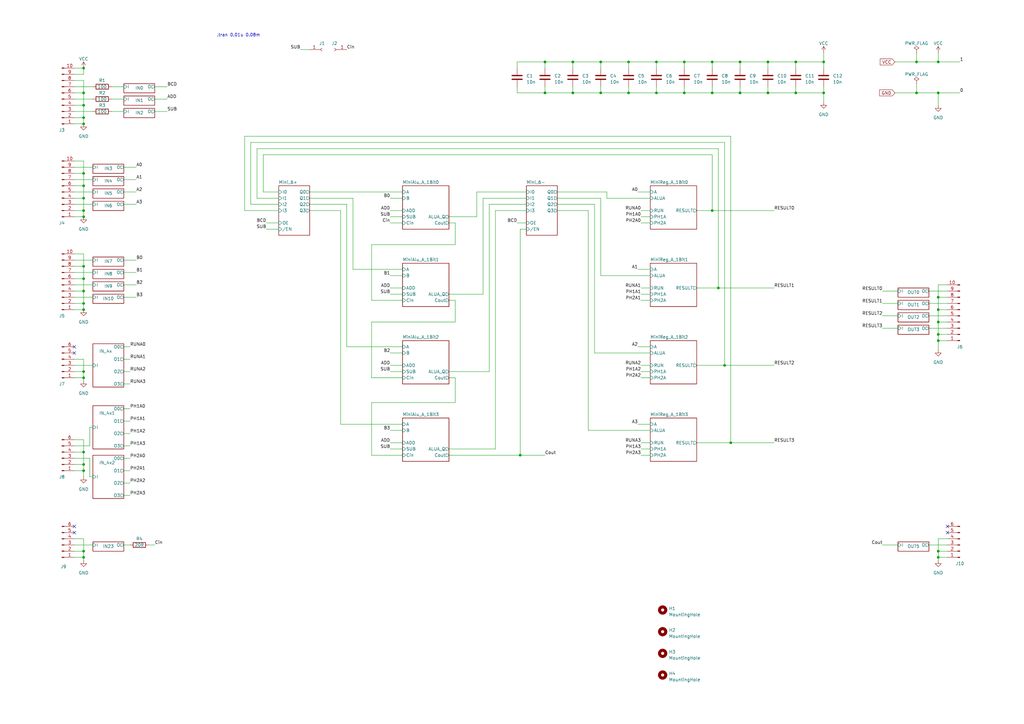
<source format=kicad_sch>
(kicad_sch (version 20230121) (generator eeschema)
  (paper "A3")
  (lib_symbols
    (symbol "Connector:Conn_01x01_Socket" (pin_names (offset 1.016) hide)
      (property "Reference" "J" (at 0 2.54 0))
      (property "Value" "Conn_01x01_Socket" (at 0 -2.54 0))
      (symbol "Conn_01x01_Socket_1_1"
        (polyline (pts (xy -1.27 0) (xy -0.508 0)) (stroke (width 0.1524)))
        (arc (start 0 0.508) (mid -0.5058 0) (end 0 -0.508) (stroke (width 0.1524)))
        (pin passive line (at -5.08 0 0) (length 3.81) (name "Pin_1") (number "1"))
      )
    )
    (symbol "Connector:Conn_01x06_Pin" (pin_names (offset 1.016) hide)
      (property "Reference" "J" (at 0 7.62 0))
      (property "Value" "Conn_01x06_Pin" (at 0 -10.16 0))
      (symbol "Conn_01x06_Pin_1_1"
        (polyline (pts (xy 1.27 -7.62) (xy 0.8636 -7.62)) (stroke (width 0.1524)))
        (polyline (pts (xy 1.27 -5.08) (xy 0.8636 -5.08)) (stroke (width 0.1524)))
        (polyline (pts (xy 1.27 -2.54) (xy 0.8636 -2.54)) (stroke (width 0.1524)))
        (polyline (pts (xy 1.27 0) (xy 0.8636 0)) (stroke (width 0.1524)))
        (polyline (pts (xy 1.27 2.54) (xy 0.8636 2.54)) (stroke (width 0.1524)))
        (polyline (pts (xy 1.27 5.08) (xy 0.8636 5.08)) (stroke (width 0.1524)))
        (rectangle (start 0.8636 -7.493) (end 0 -7.747) (stroke (width 0.1524)) (fill (type outline)))
        (rectangle (start 0.8636 -4.953) (end 0 -5.207) (stroke (width 0.1524)) (fill (type outline)))
        (rectangle (start 0.8636 -2.413) (end 0 -2.667) (stroke (width 0.1524)) (fill (type outline)))
        (rectangle (start 0.8636 0.127) (end 0 -0.127) (stroke (width 0.1524)) (fill (type outline)))
        (rectangle (start 0.8636 2.667) (end 0 2.413) (stroke (width 0.1524)) (fill (type outline)))
        (rectangle (start 0.8636 5.207) (end 0 4.953) (stroke (width 0.1524)) (fill (type outline)))
        (pin passive line (at 5.08 5.08 180) (length 3.81) (name "Pin_1") (number "1"))
        (pin passive line (at 5.08 2.54 180) (length 3.81) (name "Pin_2") (number "2"))
        (pin passive line (at 5.08 0 180) (length 3.81) (name "Pin_3") (number "3"))
        (pin passive line (at 5.08 -2.54 180) (length 3.81) (name "Pin_4") (number "4"))
        (pin passive line (at 5.08 -5.08 180) (length 3.81) (name "Pin_5") (number "5"))
        (pin passive line (at 5.08 -7.62 180) (length 3.81) (name "Pin_6") (number "6"))
      )
    )
    (symbol "Connector:Conn_01x10_Pin" (pin_names (offset 1.016) hide)
      (property "Reference" "J" (at 0 12.7 0))
      (property "Value" "Conn_01x10_Pin" (at 0 -15.24 0))
      (symbol "Conn_01x10_Pin_1_1"
        (polyline (pts (xy 1.27 -12.7) (xy 0.8636 -12.7)) (stroke (width 0.1524)))
        (polyline (pts (xy 1.27 -10.16) (xy 0.8636 -10.16)) (stroke (width 0.1524)))
        (polyline (pts (xy 1.27 -7.62) (xy 0.8636 -7.62)) (stroke (width 0.1524)))
        (polyline (pts (xy 1.27 -5.08) (xy 0.8636 -5.08)) (stroke (width 0.1524)))
        (polyline (pts (xy 1.27 -2.54) (xy 0.8636 -2.54)) (stroke (width 0.1524)))
        (polyline (pts (xy 1.27 0) (xy 0.8636 0)) (stroke (width 0.1524)))
        (polyline (pts (xy 1.27 2.54) (xy 0.8636 2.54)) (stroke (width 0.1524)))
        (polyline (pts (xy 1.27 5.08) (xy 0.8636 5.08)) (stroke (width 0.1524)))
        (polyline (pts (xy 1.27 7.62) (xy 0.8636 7.62)) (stroke (width 0.1524)))
        (polyline (pts (xy 1.27 10.16) (xy 0.8636 10.16)) (stroke (width 0.1524)))
        (rectangle (start 0.8636 -12.573) (end 0 -12.827) (stroke (width 0.1524)) (fill (type outline)))
        (rectangle (start 0.8636 -10.033) (end 0 -10.287) (stroke (width 0.1524)) (fill (type outline)))
        (rectangle (start 0.8636 -7.493) (end 0 -7.747) (stroke (width 0.1524)) (fill (type outline)))
        (rectangle (start 0.8636 -4.953) (end 0 -5.207) (stroke (width 0.1524)) (fill (type outline)))
        (rectangle (start 0.8636 -2.413) (end 0 -2.667) (stroke (width 0.1524)) (fill (type outline)))
        (rectangle (start 0.8636 0.127) (end 0 -0.127) (stroke (width 0.1524)) (fill (type outline)))
        (rectangle (start 0.8636 2.667) (end 0 2.413) (stroke (width 0.1524)) (fill (type outline)))
        (rectangle (start 0.8636 5.207) (end 0 4.953) (stroke (width 0.1524)) (fill (type outline)))
        (rectangle (start 0.8636 7.747) (end 0 7.493) (stroke (width 0.1524)) (fill (type outline)))
        (rectangle (start 0.8636 10.287) (end 0 10.033) (stroke (width 0.1524)) (fill (type outline)))
        (pin passive line (at 5.08 10.16 180) (length 3.81) (name "Pin_1") (number "1"))
        (pin passive line (at 5.08 -12.7 180) (length 3.81) (name "Pin_10") (number "10"))
        (pin passive line (at 5.08 7.62 180) (length 3.81) (name "Pin_2") (number "2"))
        (pin passive line (at 5.08 5.08 180) (length 3.81) (name "Pin_3") (number "3"))
        (pin passive line (at 5.08 2.54 180) (length 3.81) (name "Pin_4") (number "4"))
        (pin passive line (at 5.08 0 180) (length 3.81) (name "Pin_5") (number "5"))
        (pin passive line (at 5.08 -2.54 180) (length 3.81) (name "Pin_6") (number "6"))
        (pin passive line (at 5.08 -5.08 180) (length 3.81) (name "Pin_7") (number "7"))
        (pin passive line (at 5.08 -7.62 180) (length 3.81) (name "Pin_8") (number "8"))
        (pin passive line (at 5.08 -10.16 180) (length 3.81) (name "Pin_9") (number "9"))
      )
    )
    (symbol "Device:C" (pin_numbers hide) (pin_names (offset 0.254))
      (property "Reference" "C" (at 0.635 2.54 0))
      (property "Value" "C" (at 0.635 -2.54 0))
      (symbol "C_0_1"
        (polyline (pts (xy -2.032 -0.762) (xy 2.032 -0.762)) (stroke (width 0.508)))
        (polyline (pts (xy -2.032 0.762) (xy 2.032 0.762)) (stroke (width 0.508)))
      )
      (symbol "C_1_1"
        (pin passive line (at 0 3.81 270) (length 2.794) (name "~") (number "1"))
        (pin passive line (at 0 -3.81 90) (length 2.794) (name "~") (number "2"))
      )
    )
    (symbol "Device:R" (pin_numbers hide) (pin_names (offset 0))
      (property "Reference" "R" (at 2.032 0 90))
      (property "Value" "R" (at 0 0 90))
      (symbol "R_0_1"
        (rectangle (start -1.016 -2.54) (end 1.016 2.54) (stroke (width 0.254)))
      )
      (symbol "R_1_1"
        (pin passive line (at 0 3.81 270) (length 1.27) (name "~") (number "1"))
        (pin passive line (at 0 -3.81 90) (length 1.27) (name "~") (number "2"))
      )
    )
    (symbol "Mechanical:MountingHole" (pin_names (offset 1.016))
      (property "Reference" "H" (at 0 5.08 0))
      (property "Value" "MountingHole" (at 0 3.175 0))
      (symbol "MountingHole_0_1"
        (circle (center 0 0) (radius 1.27) (stroke (width 1.27)))
      )
    )
    (symbol "power:GND" (power) (pin_names (offset 0))
      (property "Value" "GND" (at 0 -3.81 0))
      (symbol "GND_0_1"
        (polyline (pts (xy 0 0) (xy 0 -1.27) (xy 1.27 -1.27) (xy 0 -2.54) (xy -1.27 -1.27) (xy 0 -1.27)))
      )
      (symbol "GND_1_1"
        (pin power_in line (at 0 0 270) (length 0) hide (name "GND") (number "1"))
      )
    )
    (symbol "power:PWR_FLAG" (power) (pin_numbers hide) (pin_names (offset 0) hide)
      (property "Value" "PWR_FLAG" (at 0 3.81 0))
      (symbol "PWR_FLAG_0_0"
        (pin power_out line (at 0 0 90) (length 0) (name "pwr") (number "1"))
      )
      (symbol "PWR_FLAG_0_1"
        (polyline (pts (xy 0 0) (xy 0 1.27) (xy -1.016 1.905) (xy 0 2.54) (xy 1.016 1.905) (xy 0 1.27)))
      )
    )
    (symbol "power:VCC" (power) (pin_names (offset 0))
      (property "Value" "VCC" (at 0 3.81 0))
      (symbol "VCC_0_1"
        (polyline (pts (xy -0.762 1.27) (xy 0 2.54)))
        (polyline (pts (xy 0 0) (xy 0 2.54)))
        (polyline (pts (xy 0 2.54) (xy 0.762 1.27)))
      )
      (symbol "VCC_1_1"
        (pin power_in line (at 0 0 90) (length 0) hide (name "VCC") (number "1"))
      )
    )
  )
  (junction (at 292.1 86.36))
  (junction (at 234.95 25.4))
  (junction (at 223.52 25.4))
  (junction (at 34.29 48.26))
  (junction (at 246.38 38.1))
  (junction (at 384.81 139.7))
  (junction (at 303.53 38.1))
  (junction (at 34.29 152.4))
  (junction (at 34.29 226.06))
  (junction (at 280.67 25.4))
  (junction (at 34.29 27.94))
  (junction (at 384.81 137.16))
  (junction (at 384.81 226.06))
  (junction (at 213.36 186.69))
  (junction (at 34.29 76.2))
  (junction (at 292.1 38.1))
  (junction (at 34.29 114.3))
  (junction (at 34.29 88.9))
  (junction (at 326.39 38.1))
  (junction (at 280.67 38.1))
  (junction (at 384.81 132.08))
  (junction (at 297.18 149.86))
  (junction (at 34.29 43.18))
  (junction (at 257.81 38.1))
  (junction (at 384.81 127))
  (junction (at 34.29 86.36))
  (junction (at 34.29 81.28))
  (junction (at 337.82 25.4))
  (junction (at 34.29 38.1))
  (junction (at 384.81 25.4))
  (junction (at 375.92 38.1))
  (junction (at 269.24 25.4))
  (junction (at 34.29 127))
  (junction (at 384.81 228.6))
  (junction (at 384.81 121.92))
  (junction (at 34.29 124.46))
  (junction (at 257.81 25.4))
  (junction (at 34.29 119.38))
  (junction (at 294.64 118.11))
  (junction (at 337.82 38.1))
  (junction (at 326.39 25.4))
  (junction (at 34.29 190.5))
  (junction (at 34.29 193.04))
  (junction (at 34.29 109.22))
  (junction (at 299.72 181.61))
  (junction (at 314.96 25.4))
  (junction (at 384.81 38.1))
  (junction (at 292.1 25.4))
  (junction (at 246.38 25.4))
  (junction (at 223.52 38.1))
  (junction (at 234.95 38.1))
  (junction (at 269.24 38.1))
  (junction (at 303.53 25.4))
  (junction (at 34.29 50.8))
  (junction (at 34.29 71.12))
  (junction (at 34.29 185.42))
  (junction (at 34.29 228.6))
  (junction (at 375.92 25.4))
  (junction (at 314.96 38.1))
  (junction (at 34.29 154.94))
  (no_connect (at 30.48 142.24))
  (no_connect (at 30.48 144.78))
  (no_connect (at 30.48 215.9))
  (no_connect (at 30.48 218.44))
  (no_connect (at 388.62 215.9))
  (no_connect (at 388.62 218.44))
  (wire (pts (xy 152.4 100.33) (xy 152.4 123.19)))
  (wire (pts (xy 30.48 180.34) (xy 34.29 180.34)))
  (wire (pts (xy 152.4 154.94) (xy 165.1 154.94)))
  (wire (pts (xy 30.48 124.46) (xy 34.29 124.46)))
  (wire (pts (xy 30.48 73.66) (xy 38.1 73.66)))
  (wire (pts (xy 30.48 71.12) (xy 34.29 71.12)))
  (wire (pts (xy 285.75 118.11) (xy 294.64 118.11)))
  (wire (pts (xy 160.02 144.78) (xy 165.1 144.78)))
  (wire (pts (xy 34.29 66.04) (xy 34.29 71.12)))
  (wire (pts (xy 30.48 30.48) (xy 34.29 30.48)))
  (wire (pts (xy 186.69 154.94) (xy 186.69 165.1)))
  (wire (pts (xy 107.95 63.5) (xy 107.95 78.74)))
  (wire (pts (xy 292.1 63.5) (xy 107.95 63.5)))
  (wire (pts (xy 285.75 149.86) (xy 297.18 149.86)))
  (wire (pts (xy 361.95 223.52) (xy 368.3 223.52)))
  (wire (pts (xy 30.48 76.2) (xy 34.29 76.2)))
  (wire (pts (xy 30.48 127) (xy 34.29 127)))
  (wire (pts (xy 367.03 25.4) (xy 375.92 25.4)))
  (wire (pts (xy 30.48 78.74) (xy 38.1 78.74)))
  (wire (pts (xy 160.02 120.65) (xy 165.1 120.65)))
  (wire (pts (xy 50.8 157.48) (xy 53.34 157.48)))
  (wire (pts (xy 269.24 38.1) (xy 280.67 38.1)))
  (wire (pts (xy 160.02 88.9) (xy 165.1 88.9)))
  (wire (pts (xy 384.81 38.1) (xy 384.81 43.18)))
  (wire (pts (xy 152.4 132.08) (xy 152.4 154.94)))
  (wire (pts (xy 160.02 118.11) (xy 165.1 118.11)))
  (wire (pts (xy 34.29 86.36) (xy 34.29 88.9)))
  (wire (pts (xy 297.18 58.42) (xy 102.87 58.42)))
  (wire (pts (xy 34.29 109.22) (xy 34.29 114.3)))
  (wire (pts (xy 50.8 147.32) (xy 53.34 147.32)))
  (wire (pts (xy 381 129.54) (xy 388.62 129.54)))
  (wire (pts (xy 34.29 147.32) (xy 34.29 152.4)))
  (wire (pts (xy 228.6 83.82) (xy 243.84 83.82)))
  (wire (pts (xy 212.09 25.4) (xy 223.52 25.4)))
  (wire (pts (xy 34.29 81.28) (xy 34.29 86.36)))
  (wire (pts (xy 280.67 38.1) (xy 292.1 38.1)))
  (wire (pts (xy 63.5 45.72) (xy 68.58 45.72)))
  (wire (pts (xy 246.38 38.1) (xy 257.81 38.1)))
  (wire (pts (xy 384.81 25.4) (xy 393.7 25.4)))
  (wire (pts (xy 326.39 25.4) (xy 337.82 25.4)))
  (wire (pts (xy 30.48 38.1) (xy 34.29 38.1)))
  (wire (pts (xy 34.29 193.04) (xy 34.29 195.58)))
  (wire (pts (xy 212.09 91.44) (xy 215.9 91.44)))
  (wire (pts (xy 246.38 25.4) (xy 246.38 27.94)))
  (wire (pts (xy 261.62 173.99) (xy 266.7 173.99)))
  (wire (pts (xy 228.6 78.74) (xy 248.92 78.74)))
  (wire (pts (xy 388.62 228.6) (xy 384.81 228.6)))
  (wire (pts (xy 36.83 187.96) (xy 36.83 195.58)))
  (wire (pts (xy 375.92 34.29) (xy 375.92 38.1)))
  (wire (pts (xy 36.83 182.88) (xy 30.48 182.88)))
  (wire (pts (xy 246.38 81.28) (xy 246.38 113.03)))
  (wire (pts (xy 45.72 45.72) (xy 50.8 45.72)))
  (wire (pts (xy 102.87 83.82) (xy 114.3 83.82)))
  (wire (pts (xy 262.89 88.9) (xy 266.7 88.9)))
  (wire (pts (xy 34.29 180.34) (xy 34.29 185.42)))
  (wire (pts (xy 30.48 43.18) (xy 34.29 43.18)))
  (wire (pts (xy 200.66 83.82) (xy 200.66 152.4)))
  (wire (pts (xy 292.1 38.1) (xy 303.53 38.1)))
  (wire (pts (xy 215.9 83.82) (xy 200.66 83.82)))
  (wire (pts (xy 257.81 38.1) (xy 269.24 38.1)))
  (wire (pts (xy 361.95 124.46) (xy 368.3 124.46)))
  (wire (pts (xy 294.64 60.96) (xy 105.41 60.96)))
  (wire (pts (xy 223.52 38.1) (xy 223.52 35.56)))
  (wire (pts (xy 228.6 81.28) (xy 246.38 81.28)))
  (wire (pts (xy 30.48 104.14) (xy 34.29 104.14)))
  (wire (pts (xy 292.1 38.1) (xy 292.1 35.56)))
  (wire (pts (xy 34.29 154.94) (xy 34.29 156.21)))
  (wire (pts (xy 160.02 176.53) (xy 165.1 176.53)))
  (wire (pts (xy 30.48 111.76) (xy 38.1 111.76)))
  (wire (pts (xy 144.78 81.28) (xy 144.78 110.49)))
  (wire (pts (xy 384.81 38.1) (xy 393.7 38.1)))
  (wire (pts (xy 303.53 38.1) (xy 303.53 35.56)))
  (wire (pts (xy 223.52 38.1) (xy 234.95 38.1)))
  (wire (pts (xy 384.81 127) (xy 384.81 132.08)))
  (wire (pts (xy 223.52 25.4) (xy 234.95 25.4)))
  (wire (pts (xy 50.8 177.8) (xy 53.34 177.8)))
  (wire (pts (xy 30.48 83.82) (xy 38.1 83.82)))
  (wire (pts (xy 127 20.32) (xy 123.19 20.32)))
  (wire (pts (xy 30.48 81.28) (xy 34.29 81.28)))
  (wire (pts (xy 139.7 86.36) (xy 139.7 173.99)))
  (wire (pts (xy 303.53 25.4) (xy 303.53 27.94)))
  (wire (pts (xy 30.48 185.42) (xy 34.29 185.42)))
  (wire (pts (xy 30.48 114.3) (xy 34.29 114.3)))
  (wire (pts (xy 184.15 91.44) (xy 186.69 91.44)))
  (wire (pts (xy 262.89 154.94) (xy 266.7 154.94)))
  (wire (pts (xy 326.39 25.4) (xy 326.39 27.94)))
  (wire (pts (xy 30.48 40.64) (xy 38.1 40.64)))
  (wire (pts (xy 34.29 124.46) (xy 34.29 127)))
  (wire (pts (xy 388.62 226.06) (xy 384.81 226.06)))
  (wire (pts (xy 375.92 21.59) (xy 375.92 25.4)))
  (wire (pts (xy 280.67 25.4) (xy 292.1 25.4)))
  (wire (pts (xy 262.89 184.15) (xy 266.7 184.15)))
  (wire (pts (xy 63.5 40.64) (xy 68.58 40.64)))
  (wire (pts (xy 388.62 116.84) (xy 384.81 116.84)))
  (wire (pts (xy 50.8 203.2) (xy 53.34 203.2)))
  (wire (pts (xy 384.81 143.51) (xy 384.81 139.7)))
  (wire (pts (xy 152.4 123.19) (xy 165.1 123.19)))
  (wire (pts (xy 186.69 165.1) (xy 152.4 165.1)))
  (wire (pts (xy 388.62 220.98) (xy 384.81 220.98)))
  (wire (pts (xy 292.1 86.36) (xy 317.5 86.36)))
  (wire (pts (xy 30.48 119.38) (xy 34.29 119.38)))
  (wire (pts (xy 127 81.28) (xy 144.78 81.28)))
  (wire (pts (xy 381 124.46) (xy 388.62 124.46)))
  (wire (pts (xy 212.09 38.1) (xy 223.52 38.1)))
  (wire (pts (xy 30.48 154.94) (xy 34.29 154.94)))
  (wire (pts (xy 50.8 198.12) (xy 53.34 198.12)))
  (wire (pts (xy 326.39 38.1) (xy 326.39 35.56)))
  (wire (pts (xy 384.81 116.84) (xy 384.81 121.92)))
  (wire (pts (xy 234.95 38.1) (xy 246.38 38.1)))
  (wire (pts (xy 30.48 45.72) (xy 38.1 45.72)))
  (wire (pts (xy 234.95 38.1) (xy 234.95 35.56)))
  (wire (pts (xy 243.84 144.78) (xy 266.7 144.78)))
  (wire (pts (xy 34.29 114.3) (xy 34.29 119.38)))
  (wire (pts (xy 384.81 132.08) (xy 384.81 137.16)))
  (wire (pts (xy 100.33 86.36) (xy 114.3 86.36)))
  (wire (pts (xy 127 86.36) (xy 139.7 86.36)))
  (wire (pts (xy 34.29 226.06) (xy 34.29 228.6)))
  (wire (pts (xy 388.62 127) (xy 384.81 127)))
  (wire (pts (xy 257.81 38.1) (xy 257.81 35.56)))
  (wire (pts (xy 269.24 25.4) (xy 257.81 25.4)))
  (wire (pts (xy 299.72 181.61) (xy 299.72 55.88)))
  (wire (pts (xy 261.62 78.74) (xy 266.7 78.74)))
  (wire (pts (xy 50.8 116.84) (xy 55.88 116.84)))
  (wire (pts (xy 186.69 91.44) (xy 186.69 100.33)))
  (wire (pts (xy 203.2 86.36) (xy 215.9 86.36)))
  (wire (pts (xy 234.95 25.4) (xy 246.38 25.4)))
  (wire (pts (xy 30.48 48.26) (xy 34.29 48.26)))
  (wire (pts (xy 246.38 113.03) (xy 266.7 113.03)))
  (wire (pts (xy 30.48 193.04) (xy 34.29 193.04)))
  (wire (pts (xy 30.48 88.9) (xy 34.29 88.9)))
  (wire (pts (xy 337.82 25.4) (xy 337.82 27.94)))
  (wire (pts (xy 142.24 142.24) (xy 165.1 142.24)))
  (wire (pts (xy 246.38 38.1) (xy 246.38 35.56)))
  (wire (pts (xy 337.82 38.1) (xy 326.39 38.1)))
  (wire (pts (xy 248.92 81.28) (xy 266.7 81.28)))
  (wire (pts (xy 184.15 120.65) (xy 198.12 120.65)))
  (wire (pts (xy 50.8 223.52) (xy 53.34 223.52)))
  (wire (pts (xy 241.3 176.53) (xy 266.7 176.53)))
  (wire (pts (xy 102.87 58.42) (xy 102.87 83.82)))
  (wire (pts (xy 30.48 228.6) (xy 34.29 228.6)))
  (wire (pts (xy 184.15 154.94) (xy 186.69 154.94)))
  (wire (pts (xy 36.83 195.58) (xy 38.1 195.58)))
  (wire (pts (xy 34.29 38.1) (xy 34.29 43.18)))
  (wire (pts (xy 314.96 38.1) (xy 314.96 35.56)))
  (wire (pts (xy 30.48 33.02) (xy 34.29 33.02)))
  (wire (pts (xy 160.02 181.61) (xy 165.1 181.61)))
  (wire (pts (xy 241.3 86.36) (xy 241.3 176.53)))
  (wire (pts (xy 262.89 149.86) (xy 266.7 149.86)))
  (wire (pts (xy 294.64 118.11) (xy 317.5 118.11)))
  (wire (pts (xy 299.72 55.88) (xy 100.33 55.88)))
  (wire (pts (xy 337.82 38.1) (xy 337.82 35.56)))
  (wire (pts (xy 303.53 38.1) (xy 314.96 38.1)))
  (wire (pts (xy 50.8 167.64) (xy 53.34 167.64)))
  (wire (pts (xy 36.83 175.26) (xy 38.1 175.26)))
  (wire (pts (xy 285.75 181.61) (xy 299.72 181.61)))
  (wire (pts (xy 34.29 152.4) (xy 34.29 154.94)))
  (wire (pts (xy 105.41 60.96) (xy 105.41 81.28)))
  (wire (pts (xy 262.89 123.19) (xy 266.7 123.19)))
  (wire (pts (xy 50.8 111.76) (xy 55.88 111.76)))
  (wire (pts (xy 50.8 78.74) (xy 55.88 78.74)))
  (wire (pts (xy 269.24 25.4) (xy 269.24 27.94)))
  (wire (pts (xy 139.7 173.99) (xy 165.1 173.99)))
  (wire (pts (xy 280.67 25.4) (xy 280.67 27.94)))
  (wire (pts (xy 144.78 110.49) (xy 165.1 110.49)))
  (wire (pts (xy 384.81 121.92) (xy 384.81 127)))
  (wire (pts (xy 45.72 40.64) (xy 50.8 40.64)))
  (wire (pts (xy 246.38 25.4) (xy 257.81 25.4)))
  (wire (pts (xy 50.8 142.24) (xy 53.34 142.24)))
  (wire (pts (xy 186.69 100.33) (xy 152.4 100.33)))
  (wire (pts (xy 269.24 25.4) (xy 280.67 25.4)))
  (wire (pts (xy 195.58 78.74) (xy 195.58 88.9)))
  (wire (pts (xy 184.15 184.15) (xy 203.2 184.15)))
  (wire (pts (xy 160.02 91.44) (xy 165.1 91.44)))
  (wire (pts (xy 30.48 50.8) (xy 34.29 50.8)))
  (wire (pts (xy 30.48 220.98) (xy 34.29 220.98)))
  (wire (pts (xy 34.29 228.6) (xy 34.29 229.87)))
  (wire (pts (xy 198.12 120.65) (xy 198.12 81.28)))
  (wire (pts (xy 50.8 172.72) (xy 53.34 172.72)))
  (wire (pts (xy 388.62 137.16) (xy 384.81 137.16)))
  (wire (pts (xy 213.36 93.98) (xy 213.36 186.69)))
  (wire (pts (xy 60.96 223.52) (xy 63.5 223.52)))
  (wire (pts (xy 30.48 190.5) (xy 34.29 190.5)))
  (wire (pts (xy 30.48 86.36) (xy 34.29 86.36)))
  (wire (pts (xy 160.02 86.36) (xy 165.1 86.36)))
  (wire (pts (xy 361.95 119.38) (xy 368.3 119.38)))
  (wire (pts (xy 50.8 106.68) (xy 55.88 106.68)))
  (wire (pts (xy 109.22 91.44) (xy 114.3 91.44)))
  (wire (pts (xy 314.96 38.1) (xy 326.39 38.1)))
  (wire (pts (xy 384.81 228.6) (xy 384.81 229.87)))
  (wire (pts (xy 299.72 181.61) (xy 317.5 181.61)))
  (wire (pts (xy 160.02 149.86) (xy 165.1 149.86)))
  (wire (pts (xy 50.8 182.88) (xy 53.34 182.88)))
  (wire (pts (xy 30.48 187.96) (xy 36.83 187.96)))
  (wire (pts (xy 234.95 25.4) (xy 234.95 27.94)))
  (wire (pts (xy 248.92 78.74) (xy 248.92 81.28)))
  (wire (pts (xy 127 83.82) (xy 142.24 83.82)))
  (wire (pts (xy 243.84 83.82) (xy 243.84 144.78)))
  (wire (pts (xy 314.96 25.4) (xy 326.39 25.4)))
  (wire (pts (xy 384.81 139.7) (xy 388.62 139.7)))
  (wire (pts (xy 34.29 30.48) (xy 34.29 27.94)))
  (wire (pts (xy 127 78.74) (xy 165.1 78.74)))
  (wire (pts (xy 303.53 25.4) (xy 314.96 25.4)))
  (wire (pts (xy 109.22 93.98) (xy 114.3 93.98)))
  (wire (pts (xy 361.95 134.62) (xy 368.3 134.62)))
  (wire (pts (xy 30.48 66.04) (xy 34.29 66.04)))
  (wire (pts (xy 314.96 25.4) (xy 314.96 27.94)))
  (wire (pts (xy 375.92 38.1) (xy 384.81 38.1)))
  (wire (pts (xy 200.66 152.4) (xy 184.15 152.4)))
  (wire (pts (xy 384.81 137.16) (xy 384.81 139.7)))
  (wire (pts (xy 184.15 123.19) (xy 186.69 123.19)))
  (wire (pts (xy 384.81 25.4) (xy 384.81 21.59)))
  (wire (pts (xy 50.8 152.4) (xy 53.34 152.4)))
  (wire (pts (xy 160.02 184.15) (xy 165.1 184.15)))
  (wire (pts (xy 280.67 38.1) (xy 280.67 35.56)))
  (wire (pts (xy 34.29 48.26) (xy 34.29 50.8)))
  (wire (pts (xy 34.29 119.38) (xy 34.29 124.46)))
  (wire (pts (xy 105.41 81.28) (xy 114.3 81.28)))
  (wire (pts (xy 228.6 86.36) (xy 241.3 86.36)))
  (wire (pts (xy 262.89 118.11) (xy 266.7 118.11)))
  (wire (pts (xy 198.12 81.28) (xy 215.9 81.28)))
  (wire (pts (xy 30.48 152.4) (xy 34.29 152.4)))
  (wire (pts (xy 30.48 106.68) (xy 38.1 106.68)))
  (wire (pts (xy 384.81 220.98) (xy 384.81 226.06)))
  (wire (pts (xy 36.83 175.26) (xy 36.83 182.88)))
  (wire (pts (xy 262.89 181.61) (xy 266.7 181.61)))
  (wire (pts (xy 223.52 25.4) (xy 223.52 27.94)))
  (wire (pts (xy 292.1 25.4) (xy 303.53 25.4)))
  (wire (pts (xy 186.69 132.08) (xy 152.4 132.08)))
  (wire (pts (xy 388.62 121.92) (xy 384.81 121.92)))
  (wire (pts (xy 50.8 193.04) (xy 53.34 193.04)))
  (wire (pts (xy 160.02 152.4) (xy 165.1 152.4)))
  (wire (pts (xy 262.89 152.4) (xy 266.7 152.4)))
  (wire (pts (xy 269.24 38.1) (xy 269.24 35.56)))
  (wire (pts (xy 34.29 43.18) (xy 34.29 48.26)))
  (wire (pts (xy 257.81 25.4) (xy 257.81 27.94)))
  (wire (pts (xy 213.36 93.98) (xy 215.9 93.98)))
  (wire (pts (xy 30.48 147.32) (xy 34.29 147.32)))
  (wire (pts (xy 212.09 25.4) (xy 212.09 27.94)))
  (wire (pts (xy 381 119.38) (xy 388.62 119.38)))
  (wire (pts (xy 203.2 184.15) (xy 203.2 86.36)))
  (wire (pts (xy 367.03 38.1) (xy 375.92 38.1)))
  (wire (pts (xy 262.89 120.65) (xy 266.7 120.65)))
  (wire (pts (xy 34.29 71.12) (xy 34.29 76.2)))
  (wire (pts (xy 294.64 118.11) (xy 294.64 60.96)))
  (wire (pts (xy 30.48 27.94) (xy 34.29 27.94)))
  (wire (pts (xy 292.1 63.5) (xy 292.1 86.36)))
  (wire (pts (xy 114.3 78.74) (xy 107.95 78.74)))
  (wire (pts (xy 34.29 220.98) (xy 34.29 226.06)))
  (wire (pts (xy 213.36 186.69) (xy 223.52 186.69)))
  (wire (pts (xy 50.8 121.92) (xy 55.88 121.92)))
  (wire (pts (xy 262.89 86.36) (xy 266.7 86.36)))
  (wire (pts (xy 45.72 35.56) (xy 50.8 35.56)))
  (wire (pts (xy 381 223.52) (xy 388.62 223.52)))
  (wire (pts (xy 261.62 142.24) (xy 266.7 142.24)))
  (wire (pts (xy 50.8 73.66) (xy 55.88 73.66)))
  (wire (pts (xy 195.58 88.9) (xy 184.15 88.9)))
  (wire (pts (xy 34.29 104.14) (xy 34.29 109.22)))
  (wire (pts (xy 34.29 190.5) (xy 34.29 193.04)))
  (wire (pts (xy 30.48 109.22) (xy 34.29 109.22)))
  (wire (pts (xy 152.4 165.1) (xy 152.4 186.69)))
  (wire (pts (xy 30.48 149.86) (xy 38.1 149.86)))
  (wire (pts (xy 50.8 187.96) (xy 53.34 187.96)))
  (wire (pts (xy 160.02 81.28) (xy 165.1 81.28)))
  (wire (pts (xy 384.81 226.06) (xy 384.81 228.6)))
  (wire (pts (xy 261.62 110.49) (xy 266.7 110.49)))
  (wire (pts (xy 375.92 25.4) (xy 384.81 25.4)))
  (wire (pts (xy 297.18 149.86) (xy 297.18 58.42)))
  (wire (pts (xy 337.82 21.59) (xy 337.82 25.4)))
  (wire (pts (xy 337.82 38.1) (xy 337.82 41.91)))
  (wire (pts (xy 361.95 129.54) (xy 368.3 129.54)))
  (wire (pts (xy 30.48 226.06) (xy 34.29 226.06)))
  (wire (pts (xy 34.29 33.02) (xy 34.29 38.1)))
  (wire (pts (xy 30.48 116.84) (xy 38.1 116.84)))
  (wire (pts (xy 292.1 25.4) (xy 292.1 27.94)))
  (wire (pts (xy 34.29 76.2) (xy 34.29 81.28)))
  (wire (pts (xy 30.48 223.52) (xy 38.1 223.52)))
  (wire (pts (xy 388.62 132.08) (xy 384.81 132.08)))
  (wire (pts (xy 186.69 123.19) (xy 186.69 132.08)))
  (wire (pts (xy 212.09 38.1) (xy 212.09 35.56)))
  (wire (pts (xy 297.18 149.86) (xy 317.5 149.86)))
  (wire (pts (xy 262.89 91.44) (xy 266.7 91.44)))
  (wire (pts (xy 381 134.62) (xy 388.62 134.62)))
  (wire (pts (xy 30.48 121.92) (xy 38.1 121.92)))
  (wire (pts (xy 63.5 35.56) (xy 68.58 35.56)))
  (wire (pts (xy 50.8 68.58) (xy 55.88 68.58)))
  (wire (pts (xy 184.15 186.69) (xy 213.36 186.69)))
  (wire (pts (xy 30.48 68.58) (xy 38.1 68.58)))
  (wire (pts (xy 160.02 113.03) (xy 165.1 113.03)))
  (wire (pts (xy 50.8 83.82) (xy 55.88 83.82)))
  (wire (pts (xy 152.4 186.69) (xy 165.1 186.69)))
  (wire (pts (xy 215.9 78.74) (xy 195.58 78.74)))
  (wire (pts (xy 100.33 55.88) (xy 100.33 86.36)))
  (wire (pts (xy 34.29 185.42) (xy 34.29 190.5)))
  (wire (pts (xy 142.24 83.82) (xy 142.24 142.24)))
  (wire (pts (xy 285.75 86.36) (xy 292.1 86.36)))
  (wire (pts (xy 262.89 186.69) (xy 266.7 186.69)))
  (wire (pts (xy 30.48 35.56) (xy 38.1 35.56)))
  (text ".tran 0.01u 0.08m" (at 88.9 15.24 0) (effects (font (size 1.27 1.27)) (justify left bottom)))
  (label "B3" (at 55.88 121.92 0))
  (label "B0" (at 160.02 81.28 180))
  (label "Cout" (at 223.52 186.69 0))
  (label "SUB" (at 123.19 20.32 180))
  (label "BCD" (at 68.58 35.56 0))
  (label "ADD" (at 160.02 86.36 180))
  (label "Cin" (at 63.5 223.52 0))
  (label "B1" (at 160.02 113.03 180))
  (label "BCD" (at 212.09 91.44 180))
  (label "PH1A1" (at 262.89 120.65 180))
  (label "ADD" (at 160.02 149.86 180))
  (label "RUNA1" (at 53.34 147.32 0))
  (label "A3" (at 261.62 173.99 180))
  (label "RUNA1" (at 262.89 118.11 180))
  (label "1" (at 393.7 25.4 0))
  (label "Cin" (at 160.02 91.44 180))
  (label "PH1A3" (at 262.89 184.15 180))
  (label "RUNA2" (at 262.89 149.86 180))
  (label "RESULT1" (at 361.95 124.46 180))
  (label "PH1A0" (at 262.89 88.9 180))
  (label "RESULT2" (at 317.5 149.86 0))
  (label "SUB" (at 160.02 184.15 180))
  (label "PH2A1" (at 53.34 193.04 0))
  (label "A2" (at 261.62 142.24 180))
  (label "PH2A0" (at 262.89 91.44 180))
  (label "B0" (at 55.88 106.68 0))
  (label "PH2A2" (at 262.89 154.94 180))
  (label "SUB" (at 160.02 152.4 180))
  (label "B1" (at 55.88 111.76 0))
  (label "Cout" (at 361.95 223.52 180))
  (label "RUNA0" (at 262.89 86.36 180))
  (label "A1" (at 261.62 110.49 180))
  (label "SUB" (at 68.58 45.72 0))
  (label "SUB" (at 109.22 93.98 180))
  (label "PH1A2" (at 53.34 177.8 0))
  (label "Cin" (at 142.24 20.32 0))
  (label "ADD" (at 160.02 181.61 180))
  (label "RESULT1" (at 317.5 118.11 0))
  (label "B2" (at 55.88 116.84 0))
  (label "PH1A0" (at 53.34 167.64 0))
  (label "PH2A2" (at 53.34 198.12 0))
  (label "SUB" (at 160.02 120.65 180))
  (label "A3" (at 55.88 83.82 0))
  (label "B2" (at 160.02 144.78 180))
  (label "ADD" (at 68.58 40.64 0))
  (label "PH2A3" (at 53.34 203.2 0))
  (label "RUNA3" (at 262.89 181.61 180))
  (label "PH2A0" (at 53.34 187.96 0))
  (label "SUB" (at 160.02 88.9 180))
  (label "RUNA3" (at 53.34 157.48 0))
  (label "RESULT0" (at 361.95 119.38 180))
  (label "BCD" (at 109.22 91.44 180))
  (label "0" (at 393.7 38.1 0))
  (label "B3" (at 160.02 176.53 180))
  (label "PH1A3" (at 53.34 182.88 0))
  (label "A0" (at 261.62 78.74 180))
  (label "A0" (at 55.88 68.58 0))
  (label "RUNA0" (at 53.34 142.24 0))
  (label "RESULT3" (at 361.95 134.62 180))
  (label "RESULT2" (at 361.95 129.54 180))
  (label "A1" (at 55.88 73.66 0))
  (label "PH2A1" (at 262.89 123.19 180))
  (label "PH1A2" (at 262.89 152.4 180))
  (label "RESULT0" (at 317.5 86.36 0))
  (label "PH2A3" (at 262.89 186.69 180))
  (label "RESULT3" (at 317.5 181.61 0))
  (label "A2" (at 55.88 78.74 0))
  (label "RUNA2" (at 53.34 152.4 0))
  (label "ADD" (at 160.02 118.11 180))
  (label "PH1A1" (at 53.34 172.72 0))
  (global_label "GND" (shape input) (at 367.03 38.1 180) (property "Intersheetrefs" "${INTERSHEET_REFS}" (effects hide)))
  (global_label "VCC" (shape input) (at 367.03 25.4 180) (property "Intersheetrefs" "${INTERSHEET_REFS}" (effects hide)))
  (symbol (lib_id "Mechanical:MountingHole") (at 271.78 259.08 0) (unit 1)
    (property "Reference" "H2" (at 274.32 258.445 0) (effects (justify left)))
    (property "Value" "MountingHole" (at 274.32 260.985 0) (effects (justify left)))
    (property "Footprint" "MountingHole:MountingHole_3.2mm_M3_DIN965_Pad" (effects hide))
  )
  (symbol (lib_id "Mechanical:MountingHole") (at 271.78 267.97 0) (unit 1)
    (property "Reference" "H3" (at 274.32 267.335 0) (effects (justify left)))
    (property "Value" "MountingHole" (at 274.32 269.875 0) (effects (justify left)))
    (property "Footprint" "MountingHole:MountingHole_3.2mm_M3_DIN965_Pad" (effects hide))
  )
  (symbol (lib_id "Device:C") (at 223.52 31.75 0) (unit 1)
    (property "Reference" "C2" (at 227.33 31.115 0) (effects (justify left)))
    (property "Value" "10n" (at 227.33 33.655 0) (effects (justify left)))
    (property "Footprint" "Capacitor_SMD:C_0603_1608Metric" (effects hide))
  )
  (symbol (lib_id "power:GND") (at 34.29 50.8 0) (unit 1)
    (property "Reference" "#PWR06" (effects hide))
    (property "Value" "GND" (at 34.29 55.88 0))
  )
  (symbol (lib_id "Connector:Conn_01x01_Socket") (at 137.16 20.32 180) (unit 1)
    (property "Reference" "J2" (at 137.16 17.78 0))
    (property "Value" "Conn_01x01_Socket" (effects hide))
    (property "Footprint" "Connector_Pin:Pin_D0.7mm_L6.5mm_W1.8mm_FlatFork" (effects hide))
  )
  (symbol (lib_id "power:GND") (at 34.29 195.58 0) (unit 1)
    (property "Reference" "#PWR011" (effects hide))
    (property "Value" "GND" (at 34.29 200.66 0))
  )
  (symbol (lib_id "Device:C") (at 212.09 31.75 0) (unit 1)
    (property "Reference" "C1" (at 215.9 31.115 0) (effects (justify left)))
    (property "Value" "10n" (at 215.9 33.655 0) (effects (justify left)))
    (property "Footprint" "Capacitor_SMD:C_0603_1608Metric" (effects hide))
  )
  (symbol (lib_id "Device:C") (at 280.67 31.75 0) (unit 1)
    (property "Reference" "C7" (at 284.48 31.115 0) (effects (justify left)))
    (property "Value" "10n" (at 284.48 33.655 0) (effects (justify left)))
    (property "Footprint" "Capacitor_SMD:C_0603_1608Metric" (effects hide))
  )
  (symbol (lib_id "Connector:Conn_01x10_Pin") (at 25.4 116.84 0) (mirror x) (unit 1)
    (property "Reference" "J5" (at 25.4 129.54 0))
    (property "Value" "Conn_01x10_Pin" (effects hide))
    (property "Footprint" "Connector_IDC:IDC-Header_2x05_P2.54mm_Horizontal" (effects hide))
  )
  (symbol (lib_id "power:GND") (at 384.81 229.87 0) (unit 1)
    (property "Reference" "#PWR013" (effects hide))
    (property "Value" "GND" (at 384.81 234.95 0))
  )
  (symbol (lib_id "Device:R") (at 41.91 40.64 270) (unit 1)
    (property "Reference" "R2" (at 41.91 38.1 90))
    (property "Value" "100" (at 41.91 40.64 90))
    (property "Footprint" "Resistor_SMD:R_0603_1608Metric" (effects hide))
  )
  (symbol (lib_id "Device:C") (at 337.82 31.75 0) (unit 1)
    (property "Reference" "C12" (at 341.63 31.115 0) (effects (justify left)))
    (property "Value" "10n" (at 341.63 33.655 0) (effects (justify left)))
    (property "Footprint" "Capacitor_SMD:C_0603_1608Metric" (effects hide))
  )
  (symbol (lib_id "Device:R") (at 41.91 45.72 270) (unit 1)
    (property "Reference" "R3" (at 41.91 43.18 90))
    (property "Value" "100" (at 41.91 45.72 90))
    (property "Footprint" "Resistor_SMD:R_0603_1608Metric" (effects hide))
  )
  (symbol (lib_id "power:GND") (at 384.81 143.51 0) (unit 1)
    (property "Reference" "#PWR09" (effects hide))
    (property "Value" "GND" (at 384.81 148.59 0))
  )
  (symbol (lib_id "Connector:Conn_01x10_Pin") (at 25.4 78.74 0) (mirror x) (unit 1)
    (property "Reference" "J4" (at 25.4 91.44 0))
    (property "Value" "Conn_01x10_Pin" (effects hide))
    (property "Footprint" "Connector_IDC:IDC-Header_2x05_P2.54mm_Horizontal" (effects hide))
  )
  (symbol (lib_id "Device:R") (at 41.91 35.56 270) (unit 1)
    (property "Reference" "R1" (at 41.91 33.02 90))
    (property "Value" "100" (at 41.91 35.56 90))
    (property "Footprint" "Resistor_SMD:R_0603_1608Metric" (effects hide))
  )
  (symbol (lib_id "Device:C") (at 269.24 31.75 0) (unit 1)
    (property "Reference" "C6" (at 273.05 31.115 0) (effects (justify left)))
    (property "Value" "10n" (at 273.05 33.655 0) (effects (justify left)))
    (property "Footprint" "Capacitor_SMD:C_0603_1608Metric" (effects hide))
  )
  (symbol (lib_id "Device:C") (at 292.1 31.75 0) (unit 1)
    (property "Reference" "C8" (at 295.91 31.115 0) (effects (justify left)))
    (property "Value" "10n" (at 295.91 33.655 0) (effects (justify left)))
    (property "Footprint" "Capacitor_SMD:C_0603_1608Metric" (effects hide))
  )
  (symbol (lib_id "Device:C") (at 234.95 31.75 0) (unit 1)
    (property "Reference" "C3" (at 238.76 31.115 0) (effects (justify left)))
    (property "Value" "10n" (at 238.76 33.655 0) (effects (justify left)))
    (property "Footprint" "Capacitor_SMD:C_0603_1608Metric" (effects hide))
  )
  (symbol (lib_id "Device:C") (at 246.38 31.75 0) (unit 1)
    (property "Reference" "C4" (at 250.19 31.115 0) (effects (justify left)))
    (property "Value" "10n" (at 250.19 33.655 0) (effects (justify left)))
    (property "Footprint" "Capacitor_SMD:C_0603_1608Metric" (effects hide))
  )
  (symbol (lib_id "Device:C") (at 314.96 31.75 0) (unit 1)
    (property "Reference" "C10" (at 318.77 31.115 0) (effects (justify left)))
    (property "Value" "10n" (at 318.77 33.655 0) (effects (justify left)))
    (property "Footprint" "Capacitor_SMD:C_0603_1608Metric" (effects hide))
  )
  (symbol (lib_id "power:VCC") (at 384.81 21.59 0) (unit 1)
    (property "Reference" "#PWR02" (effects hide))
    (property "Value" "VCC" (at 384.81 17.78 0))
  )
  (symbol (lib_id "power:GND") (at 34.29 229.87 0) (unit 1)
    (property "Reference" "#PWR012" (effects hide))
    (property "Value" "GND" (at 34.29 234.95 0))
  )
  (symbol (lib_id "Device:C") (at 303.53 31.75 0) (unit 1)
    (property "Reference" "C9" (at 307.34 31.115 0) (effects (justify left)))
    (property "Value" "10n" (at 307.34 33.655 0) (effects (justify left)))
    (property "Footprint" "Capacitor_SMD:C_0603_1608Metric" (effects hide))
  )
  (symbol (lib_id "Device:R") (at 57.15 223.52 90) (unit 1)
    (property "Reference" "R4" (at 57.15 220.98 90))
    (property "Value" "20R" (at 57.15 223.52 90))
    (property "Footprint" "Resistor_SMD:R_0603_1608Metric" (effects hide))
  )
  (symbol (lib_id "power:GND") (at 34.29 127 0) (unit 1)
    (property "Reference" "#PWR08" (effects hide))
    (property "Value" "GND" (at 34.29 132.08 0))
  )
  (symbol (lib_id "Connector:Conn_01x10_Pin") (at 25.4 40.64 0) (mirror x) (unit 1)
    (property "Reference" "J3" (at 25.4 53.34 0))
    (property "Value" "Conn_01x10_Pin" (effects hide))
    (property "Footprint" "Connector_IDC:IDC-Header_2x05_P2.54mm_Horizontal" (effects hide))
  )
  (symbol (lib_id "Connector:Conn_01x10_Pin") (at 393.7 129.54 180) (unit 1)
    (property "Reference" "J6" (at 393.7 142.24 0))
    (property "Value" "Conn_01x10_Pin" (effects hide))
    (property "Footprint" "Connector_IDC:IDC-Header_2x05_P2.54mm_Horizontal" (effects hide))
  )
  (symbol (lib_id "Connector:Conn_01x06_Pin") (at 25.4 223.52 0) (mirror x) (unit 1)
    (property "Reference" "J9" (at 26.035 232.41 0))
    (property "Value" "Conn_01x06_Pin" (effects hide))
    (property "Footprint" "Connector_IDC:IDC-Header_2x03_P2.54mm_Horizontal" (effects hide))
  )
  (symbol (lib_id "Connector:Conn_01x06_Pin") (at 25.4 149.86 0) (mirror x) (unit 1)
    (property "Reference" "J7" (at 25.4 157.48 0))
    (property "Value" "Conn_01x06_Pin" (effects hide))
    (property "Footprint" "Connector_IDC:IDC-Header_2x03_P2.54mm_Horizontal" (effects hide))
  )
  (symbol (lib_id "power:GND") (at 34.29 88.9 0) (unit 1)
    (property "Reference" "#PWR07" (effects hide))
    (property "Value" "GND" (at 34.29 93.98 0))
  )
  (symbol (lib_id "Device:C") (at 257.81 31.75 0) (unit 1)
    (property "Reference" "C5" (at 261.62 31.115 0) (effects (justify left)))
    (property "Value" "10n" (at 261.62 33.655 0) (effects (justify left)))
    (property "Footprint" "Capacitor_SMD:C_0603_1608Metric" (effects hide))
  )
  (symbol (lib_id "power:GND") (at 34.29 156.21 0) (unit 1)
    (property "Reference" "#PWR010" (effects hide))
    (property "Value" "GND" (at 34.29 161.29 0))
  )
  (symbol (lib_id "Connector:Conn_01x06_Pin") (at 25.4 187.96 0) (mirror x) (unit 1)
    (property "Reference" "J8" (at 25.4 195.58 0))
    (property "Value" "Conn_01x06_Pin" (effects hide))
    (property "Footprint" "Connector_IDC:IDC-Header_2x03_P2.54mm_Horizontal" (effects hide))
  )
  (symbol (lib_id "power:GND") (at 384.81 43.18 0) (unit 1)
    (property "Reference" "#PWR05" (effects hide))
    (property "Value" "GND" (at 384.81 48.26 0))
  )
  (symbol (lib_id "power:GND") (at 337.82 41.91 0) (unit 1)
    (property "Reference" "#PWR04" (effects hide))
    (property "Value" "GND" (at 337.82 46.99 0))
  )
  (symbol (lib_id "power:PWR_FLAG") (at 375.92 21.59 0) (unit 1)
    (property "Reference" "#FLG01" (effects hide))
    (property "Value" "PWR_FLAG" (at 375.92 17.78 0))
  )
  (symbol (lib_id "power:VCC") (at 34.29 27.94 0) (unit 1)
    (property "Reference" "#PWR03" (effects hide))
    (property "Value" "VCC" (at 34.29 24.13 0))
  )
  (symbol (lib_id "power:PWR_FLAG") (at 375.92 34.29 0) (unit 1)
    (property "Reference" "#FLG02" (effects hide))
    (property "Value" "PWR_FLAG" (at 375.92 30.48 0))
  )
  (symbol (lib_id "Device:C") (at 326.39 31.75 0) (unit 1)
    (property "Reference" "C11" (at 330.2 31.115 0) (effects (justify left)))
    (property "Value" "10n" (at 330.2 33.655 0) (effects (justify left)))
    (property "Footprint" "Capacitor_SMD:C_0603_1608Metric" (effects hide))
  )
  (symbol (lib_id "Mechanical:MountingHole") (at 271.78 250.19 0) (unit 1)
    (property "Reference" "H1" (at 274.32 249.555 0) (effects (justify left)))
    (property "Value" "MountingHole" (at 274.32 252.095 0) (effects (justify left)))
    (property "Footprint" "MountingHole:MountingHole_3.2mm_M3_DIN965_Pad" (effects hide))
  )
  (symbol (lib_id "Connector:Conn_01x06_Pin") (at 393.7 223.52 180) (unit 1)
    (property "Reference" "J10" (at 393.7 231.14 0))
    (property "Value" "Conn_01x06_Pin" (effects hide))
    (property "Footprint" "Connector_IDC:IDC-Header_2x03_P2.54mm_Horizontal" (effects hide))
  )
  (symbol (lib_id "Connector:Conn_01x01_Socket") (at 132.08 20.32 0) (unit 1)
    (property "Reference" "J1" (at 132.08 17.78 0))
    (property "Value" "Conn_01x01_Socket" (effects hide))
    (property "Footprint" "Connector_Pin:Pin_D0.7mm_L6.5mm_W1.8mm_FlatFork" (effects hide))
  )
  (symbol (lib_id "Mechanical:MountingHole") (at 271.78 276.86 0) (unit 1)
    (property "Reference" "H4" (at 274.32 276.225 0) (effects (justify left)))
    (property "Value" "MountingHole" (at 274.32 278.765 0) (effects (justify left)))
    (property "Footprint" "MountingHole:MountingHole_3.2mm_M3_DIN965_Pad" (effects hide))
  )
  (symbol (lib_id "power:VCC") (at 337.82 21.59 0) (unit 1)
    (property "Reference" "#PWR01" (effects hide))
    (property "Value" "VCC" (at 337.82 17.78 0))
  )
  (sheet (at 165.1 139.7) (size 19.05 17.78) (stroke (width 0.1524))
    (property "Sheetname" "MiniAlu_A_1Bit2" (at 165.1 138.9884 0) (effects (justify left bottom)))
    (property "Sheetfile" "../HierarchicalSheets/MiniAlu_A_1Bit.kicad_sch" (effects hide))
    (pin "Cin" input (at 165.1 154.94 180))
    (pin "B" input (at 165.1 144.78 180))
    (pin "A" input (at 165.1 142.24 180))
    (pin "ADD" input (at 165.1 149.86 180))
    (pin "SUB" input (at 165.1 152.4 180))
    (pin "Cout" output (at 184.15 154.94 0))
    (pin "ALUA_Q" output (at 184.15 152.4 0))
  )
  (sheet (at 114.3 76.2) (size 12.7 20.32) (stroke (width 0.1524))
    (property "Sheetname" "Mini_6+" (at 114.3 75.4884 0) (effects (justify left bottom)))
    (property "Sheetfile" "../HierarchicalSheets/Mini_6+.kicad_sch" (effects hide))
    (pin "Q1" output (at 127 81.28 0))
    (pin "Q0" output (at 127 78.74 0))
    (pin "Q3" output (at 127 86.36 0))
    (pin "Q2" output (at 127 83.82 0))
    (pin "I2" input (at 114.3 83.82 180))
    (pin "I1" input (at 114.3 81.28 180))
    (pin "I0" input (at 114.3 78.74 180))
    (pin "{slash}EN" input (at 114.3 93.98 180))
    (pin "OE" input (at 114.3 91.44 180))
    (pin "I3" input (at 114.3 86.36 180))
  )
  (sheet (at 368.3 118.11) (size 12.7 3.81) (stroke (width 0.1524))
    (property "Sheetname" "OUT0" (at 374.65 120.65 0) (effects (justify bottom)))
    (property "Sheetfile" "../HierarchicalSheets/LineEmitter.kicad_sch" (effects hide))
    (pin "I" input (at 368.3 119.38 180))
    (pin "O" output (at 381 119.38 0))
  )
  (sheet (at 266.7 76.2) (size 19.05 17.78) (stroke (width 0.1524))
    (property "Sheetname" "MiniReg_A_1Bit0" (at 266.7 75.4884 0) (effects (justify left bottom)))
    (property "Sheetfile" "../HierarchicalSheets/MiniReg_A_1Bit.kicad_sch" (effects hide))
    (pin "PH1A" input (at 266.7 88.9 180))
    (pin "PH2A" input (at 266.7 91.44 180))
    (pin "ALUA" input (at 266.7 81.28 180))
    (pin "RESULT" output (at 285.75 86.36 0))
    (pin "A" input (at 266.7 78.74 180))
    (pin "RUN" input (at 266.7 86.36 180))
  )
  (sheet (at 266.7 107.95) (size 19.05 17.78) (stroke (width 0.1524))
    (property "Sheetname" "MiniReg_A_1Bit1" (at 266.7 107.2384 0) (effects (justify left bottom)))
    (property "Sheetfile" "../HierarchicalSheets/MiniReg_A_1Bit.kicad_sch" (effects hide))
    (pin "PH1A" input (at 266.7 120.65 180))
    (pin "PH2A" input (at 266.7 123.19 180))
    (pin "ALUA" input (at 266.7 113.03 180))
    (pin "RESULT" output (at 285.75 118.11 0))
    (pin "A" input (at 266.7 110.49 180))
    (pin "RUN" input (at 266.7 118.11 180))
  )
  (sheet (at 38.1 72.39) (size 12.7 3.81) (stroke (width 0.1524))
    (property "Sheetname" "IN4" (at 44.45 74.93 0) (effects (justify bottom)))
    (property "Sheetfile" "../HierarchicalSheets/LineReceiver.kicad_sch" (effects hide))
    (pin "O" output (at 50.8 73.66 0))
    (pin "I" input (at 38.1 73.66 180))
  )
  (sheet (at 215.9 76.2) (size 12.7 20.32) (stroke (width 0.1524))
    (property "Sheetname" "Mini_6-" (at 215.9 75.4884 0) (effects (justify left bottom)))
    (property "Sheetfile" "../HierarchicalSheets/Mini_6-.kicad_sch" (effects hide))
    (pin "Q1" output (at 228.6 81.28 0))
    (pin "Q0" output (at 228.6 78.74 0))
    (pin "Q3" output (at 228.6 86.36 0))
    (pin "Q2" output (at 228.6 83.82 0))
    (pin "I2" input (at 215.9 83.82 180))
    (pin "I1" input (at 215.9 81.28 180))
    (pin "I0" input (at 215.9 78.74 180))
    (pin "{slash}EN" input (at 215.9 93.98 180))
    (pin "OE" input (at 215.9 91.44 180))
    (pin "I3" input (at 215.9 86.36 180))
  )
  (sheet (at 38.1 110.49) (size 12.7 3.81) (stroke (width 0.1524))
    (property "Sheetname" "IN8" (at 44.45 113.03 0) (effects (justify bottom)))
    (property "Sheetfile" "../HierarchicalSheets/LineReceiver.kicad_sch" (effects hide))
    (pin "O" output (at 50.8 111.76 0))
    (pin "I" input (at 38.1 111.76 180))
  )
  (sheet (at 266.7 171.45) (size 19.05 17.78) (stroke (width 0.1524))
    (property "Sheetname" "MiniReg_A_1Bit3" (at 266.7 170.7384 0) (effects (justify left bottom)))
    (property "Sheetfile" "../HierarchicalSheets/MiniReg_A_1Bit.kicad_sch" (effects hide))
    (pin "PH1A" input (at 266.7 184.15 180))
    (pin "PH2A" input (at 266.7 186.69 180))
    (pin "ALUA" input (at 266.7 176.53 180))
    (pin "RESULT" output (at 285.75 181.61 0))
    (pin "A" input (at 266.7 173.99 180))
    (pin "RUN" input (at 266.7 181.61 180))
  )
  (sheet (at 50.8 39.37) (size 12.7 3.81) (stroke (width 0.1524))
    (property "Sheetname" "IN1" (at 57.15 41.91 0) (effects (justify bottom)))
    (property "Sheetfile" "../HierarchicalSheets/LineReceiver.kicad_sch" (effects hide))
    (pin "O" output (at 63.5 40.64 0))
    (pin "I" input (at 50.8 40.64 180))
  )
  (sheet (at 38.1 115.57) (size 12.7 3.81) (stroke (width 0.1524))
    (property "Sheetname" "IN9" (at 44.45 118.11 0) (effects (justify bottom)))
    (property "Sheetfile" "../HierarchicalSheets/LineReceiver.kicad_sch" (effects hide))
    (pin "O" output (at 50.8 116.84 0))
    (pin "I" input (at 38.1 116.84 180))
  )
  (sheet (at 368.3 222.25) (size 12.7 3.81) (stroke (width 0.1524))
    (property "Sheetname" "OUT5" (at 374.65 224.79 0) (effects (justify bottom)))
    (property "Sheetfile" "../HierarchicalSheets/LineEmitter.kicad_sch" (effects hide))
    (pin "I" input (at 368.3 223.52 180))
    (pin "O" output (at 381 223.52 0))
  )
  (sheet (at 368.3 128.27) (size 12.7 3.81) (stroke (width 0.1524))
    (property "Sheetname" "OUT2" (at 374.65 130.81 0) (effects (justify bottom)))
    (property "Sheetfile" "../HierarchicalSheets/LineEmitter.kicad_sch" (effects hide))
    (pin "I" input (at 368.3 129.54 180))
    (pin "O" output (at 381 129.54 0))
  )
  (sheet (at 38.1 166.37) (size 12.7 17.78) (stroke (width 0.1524))
    (property "Sheetname" "IN_4x1" (at 40.64 170.18 0) (effects (justify left bottom)))
    (property "Sheetfile" "../HierarchicalSheets/LineReceiver_x4.kicad_sch" (effects hide))
    (pin "I" input (at 38.1 175.26 180))
    (pin "O2" output (at 50.8 177.8 0))
    (pin "O3" output (at 50.8 182.88 0))
    (pin "O0" output (at 50.8 167.64 0))
    (pin "O1" output (at 50.8 172.72 0))
  )
  (sheet (at 368.3 133.35) (size 12.7 3.81) (stroke (width 0.1524))
    (property "Sheetname" "OUT3" (at 374.65 135.89 0) (effects (justify bottom)))
    (property "Sheetfile" "../HierarchicalSheets/LineEmitter.kicad_sch" (effects hide))
    (pin "I" input (at 368.3 134.62 180))
    (pin "O" output (at 381 134.62 0))
  )
  (sheet (at 38.1 67.31) (size 12.7 3.81) (stroke (width 0.1524))
    (property "Sheetname" "IN3" (at 44.45 69.85 0) (effects (justify bottom)))
    (property "Sheetfile" "../HierarchicalSheets/LineReceiver.kicad_sch" (effects hide))
    (pin "O" output (at 50.8 68.58 0))
    (pin "I" input (at 38.1 68.58 180))
  )
  (sheet (at 38.1 105.41) (size 12.7 3.81) (stroke (width 0.1524))
    (property "Sheetname" "IN7" (at 44.45 107.95 0) (effects (justify bottom)))
    (property "Sheetfile" "../HierarchicalSheets/LineReceiver.kicad_sch" (effects hide))
    (pin "O" output (at 50.8 106.68 0))
    (pin "I" input (at 38.1 106.68 180))
  )
  (sheet (at 50.8 34.29) (size 12.7 3.81) (stroke (width 0.1524))
    (property "Sheetname" "IN0" (at 57.15 36.83 0) (effects (justify bottom)))
    (property "Sheetfile" "../HierarchicalSheets/LineReceiver.kicad_sch" (effects hide))
    (pin "O" output (at 63.5 35.56 0))
    (pin "I" input (at 50.8 35.56 180))
  )
  (sheet (at 50.8 44.45) (size 12.7 3.81) (stroke (width 0.1524))
    (property "Sheetname" "IN2" (at 57.15 46.99 0) (effects (justify bottom)))
    (property "Sheetfile" "../HierarchicalSheets/LineReceiver.kicad_sch" (effects hide))
    (pin "O" output (at 63.5 45.72 0))
    (pin "I" input (at 50.8 45.72 180))
  )
  (sheet (at 38.1 186.69) (size 12.7 17.78) (stroke (width 0.1524))
    (property "Sheetname" "IN_4x2" (at 40.64 190.5 0) (effects (justify left bottom)))
    (property "Sheetfile" "../HierarchicalSheets/LineReceiver_x4.kicad_sch" (effects hide))
    (pin "I" input (at 38.1 195.58 180))
    (pin "O2" output (at 50.8 198.12 0))
    (pin "O3" output (at 50.8 203.2 0))
    (pin "O0" output (at 50.8 187.96 0))
    (pin "O1" output (at 50.8 193.04 0))
  )
  (sheet (at 266.7 139.7) (size 19.05 17.78) (stroke (width 0.1524))
    (property "Sheetname" "MiniReg_A_1Bit2" (at 266.7 138.9884 0) (effects (justify left bottom)))
    (property "Sheetfile" "../HierarchicalSheets/MiniReg_A_1Bit.kicad_sch" (effects hide))
    (pin "PH1A" input (at 266.7 152.4 180))
    (pin "PH2A" input (at 266.7 154.94 180))
    (pin "ALUA" input (at 266.7 144.78 180))
    (pin "RESULT" output (at 285.75 149.86 0))
    (pin "A" input (at 266.7 142.24 180))
    (pin "RUN" input (at 266.7 149.86 180))
  )
  (sheet (at 38.1 120.65) (size 12.7 3.81) (stroke (width 0.1524))
    (property "Sheetname" "IN10" (at 44.45 123.19 0) (effects (justify bottom)))
    (property "Sheetfile" "../HierarchicalSheets/LineReceiver.kicad_sch" (effects hide))
    (pin "O" output (at 50.8 121.92 0))
    (pin "I" input (at 38.1 121.92 180))
  )
  (sheet (at 38.1 82.55) (size 12.7 3.81) (stroke (width 0.1524))
    (property "Sheetname" "IN6" (at 44.45 85.09 0) (effects (justify bottom)))
    (property "Sheetfile" "../HierarchicalSheets/LineReceiver.kicad_sch" (effects hide))
    (pin "O" output (at 50.8 83.82 0))
    (pin "I" input (at 38.1 83.82 180))
  )
  (sheet (at 165.1 107.95) (size 19.05 17.78) (stroke (width 0.1524))
    (property "Sheetname" "MiniAlu_A_1Bit1" (at 165.1 107.2384 0) (effects (justify left bottom)))
    (property "Sheetfile" "../HierarchicalSheets/MiniAlu_A_1Bit.kicad_sch" (effects hide))
    (pin "Cin" input (at 165.1 123.19 180))
    (pin "B" input (at 165.1 113.03 180))
    (pin "A" input (at 165.1 110.49 180))
    (pin "ADD" input (at 165.1 118.11 180))
    (pin "SUB" input (at 165.1 120.65 180))
    (pin "Cout" output (at 184.15 123.19 0))
    (pin "ALUA_Q" output (at 184.15 120.65 0))
  )
  (sheet (at 165.1 76.2) (size 19.05 17.78) (stroke (width 0.1524))
    (property "Sheetname" "MiniAlu_A_1Bit0" (at 165.1 75.4884 0) (effects (justify left bottom)))
    (property "Sheetfile" "../HierarchicalSheets/MiniAlu_A_1Bit.kicad_sch" (effects hide))
    (pin "Cin" input (at 165.1 91.44 180))
    (pin "B" input (at 165.1 81.28 180))
    (pin "A" input (at 165.1 78.74 180))
    (pin "ADD" input (at 165.1 86.36 180))
    (pin "SUB" input (at 165.1 88.9 180))
    (pin "Cout" output (at 184.15 91.44 0))
    (pin "ALUA_Q" output (at 184.15 88.9 0))
  )
  (sheet (at 38.1 222.25) (size 12.7 3.81) (stroke (width 0.1524))
    (property "Sheetname" "IN23" (at 44.45 224.79 0) (effects (justify bottom)))
    (property "Sheetfile" "../HierarchicalSheets/LineReceiver.kicad_sch" (effects hide))
    (pin "O" output (at 50.8 223.52 0))
    (pin "I" input (at 38.1 223.52 180))
  )
  (sheet (at 165.1 171.45) (size 19.05 17.78) (stroke (width 0.1524))
    (property "Sheetname" "MiniAlu_A_1Bit3" (at 165.1 170.7384 0) (effects (justify left bottom)))
    (property "Sheetfile" "../HierarchicalSheets/MiniAlu_A_1Bit.kicad_sch" (effects hide))
    (pin "Cin" input (at 165.1 186.69 180))
    (pin "B" input (at 165.1 176.53 180))
    (pin "A" input (at 165.1 173.99 180))
    (pin "ADD" input (at 165.1 181.61 180))
    (pin "SUB" input (at 165.1 184.15 180))
    (pin "Cout" output (at 184.15 186.69 0))
    (pin "ALUA_Q" output (at 184.15 184.15 0))
  )
  (sheet (at 38.1 140.97) (size 12.7 17.78) (stroke (width 0.1524))
    (property "Sheetname" "IN_4x" (at 40.64 144.78 0) (effects (justify left bottom)))
    (property "Sheetfile" "../HierarchicalSheets/LineReceiver_x4.kicad_sch" (effects hide))
    (pin "I" input (at 38.1 149.86 180))
    (pin "O2" output (at 50.8 152.4 0))
    (pin "O3" output (at 50.8 157.48 0))
    (pin "O0" output (at 50.8 142.24 0))
    (pin "O1" output (at 50.8 147.32 0))
  )
  (sheet (at 38.1 77.47) (size 12.7 3.81) (stroke (width 0.1524))
    (property "Sheetname" "IN5" (at 44.45 80.01 0) (effects (justify bottom)))
    (property "Sheetfile" "../HierarchicalSheets/LineReceiver.kicad_sch" (effects hide))
    (pin "O" output (at 50.8 78.74 0))
    (pin "I" input (at 38.1 78.74 180))
  )
  (sheet (at 368.3 123.19) (size 12.7 3.81) (stroke (width 0.1524))
    (property "Sheetname" "OUT1" (at 374.65 125.73 0) (effects (justify bottom)))
    (property "Sheetfile" "../HierarchicalSheets/LineEmitter.kicad_sch" (effects hide))
    (pin "I" input (at 368.3 124.46 180))
    (pin "O" output (at 381 124.46 0))
  )
)
</source>
